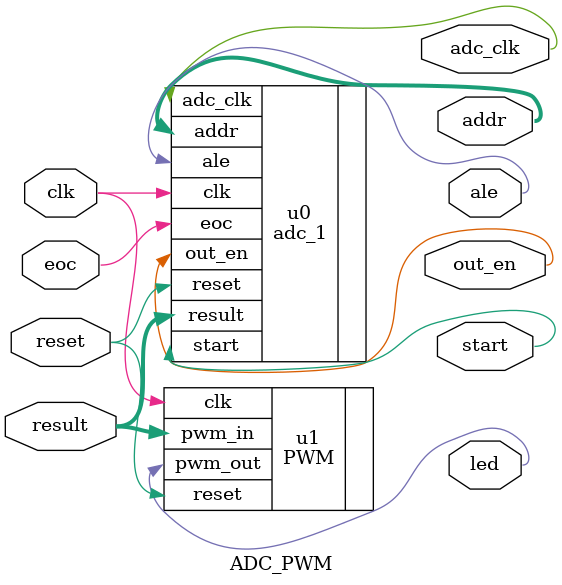
<source format=v>
module ADC_PWM(clk,reset,eoc,start,ale,out_en,adc_clk,addr,result,led);  //¸ðµâ ¼±¾ðºÎ

 input clk,reset;  //ÀÔÃâ·Â ¼±¾ðºÎ
 input eoc;
 input [7:0]result;
  
 output [2:0]addr;
 output start,ale,out_en,adc_clk;
 output led;
 
 adc_1 u0(.clk(clk),.reset(reset),.eoc(eoc),.start(start),.ale(ale),.out_en(out_en),.adc_clk(adc_clk),.addr(addr),.result(result));
 PWM u1(.clk(clk),.reset(reset),.pwm_in(result),.pwm_out(led));
 
endmodule

</source>
